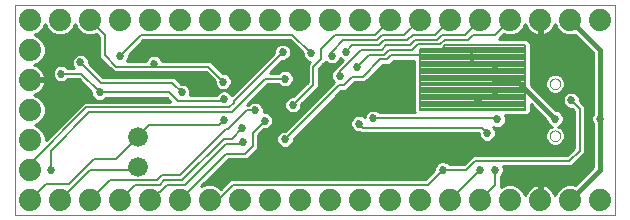
<source format=gbl>
G75*
G70*
%OFA0B0*%
%FSLAX24Y24*%
%IPPOS*%
%LPD*%
%AMOC8*
5,1,8,0,0,1.08239X$1,22.5*
%
%ADD10C,0.0000*%
%ADD11C,0.0660*%
%ADD12C,0.0740*%
%ADD13C,0.0080*%
%ADD14C,0.0270*%
%ADD15C,0.0100*%
%ADD16C,0.0160*%
D10*
X000150Y000150D02*
X000150Y007150D01*
X020150Y007150D01*
X020150Y000150D01*
X000150Y000150D01*
X017973Y002784D02*
X017975Y002810D01*
X017981Y002836D01*
X017991Y002861D01*
X018004Y002884D01*
X018020Y002904D01*
X018040Y002922D01*
X018062Y002937D01*
X018085Y002949D01*
X018111Y002957D01*
X018137Y002961D01*
X018163Y002961D01*
X018189Y002957D01*
X018215Y002949D01*
X018239Y002937D01*
X018260Y002922D01*
X018280Y002904D01*
X018296Y002884D01*
X018309Y002861D01*
X018319Y002836D01*
X018325Y002810D01*
X018327Y002784D01*
X018325Y002758D01*
X018319Y002732D01*
X018309Y002707D01*
X018296Y002684D01*
X018280Y002664D01*
X018260Y002646D01*
X018238Y002631D01*
X018215Y002619D01*
X018189Y002611D01*
X018163Y002607D01*
X018137Y002607D01*
X018111Y002611D01*
X018085Y002619D01*
X018061Y002631D01*
X018040Y002646D01*
X018020Y002664D01*
X018004Y002684D01*
X017991Y002707D01*
X017981Y002732D01*
X017975Y002758D01*
X017973Y002784D01*
X017973Y004516D02*
X017975Y004542D01*
X017981Y004568D01*
X017991Y004593D01*
X018004Y004616D01*
X018020Y004636D01*
X018040Y004654D01*
X018062Y004669D01*
X018085Y004681D01*
X018111Y004689D01*
X018137Y004693D01*
X018163Y004693D01*
X018189Y004689D01*
X018215Y004681D01*
X018239Y004669D01*
X018260Y004654D01*
X018280Y004636D01*
X018296Y004616D01*
X018309Y004593D01*
X018319Y004568D01*
X018325Y004542D01*
X018327Y004516D01*
X018325Y004490D01*
X018319Y004464D01*
X018309Y004439D01*
X018296Y004416D01*
X018280Y004396D01*
X018260Y004378D01*
X018238Y004363D01*
X018215Y004351D01*
X018189Y004343D01*
X018163Y004339D01*
X018137Y004339D01*
X018111Y004343D01*
X018085Y004351D01*
X018061Y004363D01*
X018040Y004378D01*
X018020Y004396D01*
X018004Y004416D01*
X017991Y004439D01*
X017981Y004464D01*
X017975Y004490D01*
X017973Y004516D01*
D11*
X004250Y002750D03*
X004250Y001750D03*
D12*
X004650Y000650D03*
X003650Y000650D03*
X002650Y000650D03*
X001650Y000650D03*
X000650Y000650D03*
X000650Y001650D03*
X000650Y002650D03*
X000650Y003650D03*
X000650Y004650D03*
X000650Y005650D03*
X000650Y006650D03*
X001650Y006650D03*
X002650Y006650D03*
X003650Y006650D03*
X004650Y006650D03*
X005650Y006650D03*
X006650Y006650D03*
X007650Y006650D03*
X008650Y006650D03*
X009650Y006650D03*
X010650Y006650D03*
X011650Y006650D03*
X012650Y006650D03*
X013650Y006650D03*
X014650Y006650D03*
X015650Y006650D03*
X016650Y006650D03*
X017650Y006650D03*
X018650Y006650D03*
X019650Y006650D03*
X019650Y000650D03*
X018650Y000650D03*
X017650Y000650D03*
X016650Y000650D03*
X015650Y000650D03*
X014650Y000650D03*
X013650Y000650D03*
X012650Y000650D03*
X011650Y000650D03*
X010650Y000650D03*
X009650Y000650D03*
X008650Y000650D03*
X007650Y000650D03*
X006650Y000650D03*
X005650Y000650D03*
D13*
X007190Y002190D01*
X007830Y002190D01*
X008070Y002430D01*
X008070Y002890D01*
X008470Y003290D01*
X008150Y003630D02*
X007870Y003630D01*
X007250Y003010D01*
X007190Y003010D01*
X005650Y001470D01*
X005050Y001470D01*
X004890Y001310D01*
X003310Y001310D01*
X002650Y000650D01*
X003650Y000650D02*
X004150Y001150D01*
X004970Y001150D01*
X005130Y001310D01*
X005730Y001310D01*
X007110Y002690D01*
X007370Y002690D01*
X007730Y003050D01*
X007130Y003310D02*
X006950Y003130D01*
X004630Y003130D01*
X004250Y002750D01*
X003510Y002010D01*
X002770Y002010D01*
X001950Y001190D01*
X001190Y001190D01*
X000650Y000650D01*
X001650Y000650D02*
X002650Y001650D01*
X004150Y001650D01*
X004250Y001750D01*
X004990Y000910D02*
X005230Y001150D01*
X005830Y001150D01*
X007190Y002510D01*
X007670Y002510D01*
X007750Y002590D01*
X009150Y002670D02*
X010950Y004470D01*
X011110Y004470D01*
X011390Y004750D01*
X011750Y004750D01*
X012330Y005330D01*
X012550Y005330D01*
X012690Y005470D01*
X013770Y005470D01*
X013790Y005490D01*
X013650Y005488D02*
X017150Y005488D01*
X017150Y005410D02*
X013650Y005410D01*
X013650Y005331D02*
X017150Y005331D01*
X017150Y005253D02*
X013650Y005253D01*
X013650Y005174D02*
X017150Y005174D01*
X017150Y005096D02*
X013650Y005096D01*
X013650Y005017D02*
X017150Y005017D01*
X017150Y004939D02*
X013650Y004939D01*
X013650Y004860D02*
X017150Y004860D01*
X017150Y004782D02*
X013650Y004782D01*
X013650Y004703D02*
X017150Y004703D01*
X017150Y004625D02*
X013650Y004625D01*
X013650Y004546D02*
X017150Y004546D01*
X017150Y004468D02*
X013650Y004468D01*
X013650Y004389D02*
X017150Y004389D01*
X017150Y004311D02*
X013650Y004311D01*
X013650Y004232D02*
X017150Y004232D01*
X017150Y004154D02*
X013650Y004154D01*
X013650Y004075D02*
X017150Y004075D01*
X017150Y003997D02*
X013650Y003997D01*
X013650Y003918D02*
X017150Y003918D01*
X017150Y003840D02*
X013650Y003840D01*
X013650Y003761D02*
X017150Y003761D01*
X017150Y003683D02*
X013650Y003683D01*
X013650Y003650D02*
X017150Y003650D01*
X017150Y005810D01*
X014488Y005810D01*
X014368Y005690D01*
X013650Y005690D01*
X013650Y003650D01*
X012090Y003370D02*
X016190Y003370D01*
X016230Y003330D01*
X015890Y002870D02*
X015710Y003050D01*
X011750Y003050D01*
X011610Y003190D01*
X010090Y004490D02*
X009410Y003810D01*
X008810Y004170D02*
X008810Y004270D01*
X008490Y004690D02*
X007370Y003570D01*
X002630Y003570D01*
X001350Y002290D01*
X001350Y001630D01*
X000650Y001650D02*
X000650Y001850D01*
X002530Y003730D01*
X007290Y003730D01*
X007450Y003890D01*
X007450Y003950D01*
X009070Y005570D01*
X009390Y006150D02*
X010010Y005530D01*
X010030Y005530D01*
X010350Y005690D02*
X010350Y005350D01*
X010090Y005090D01*
X010090Y004490D01*
X009150Y004690D02*
X008490Y004690D01*
X007090Y004590D02*
X006590Y005090D01*
X004796Y005090D01*
X004796Y005184D01*
X004790Y005190D01*
X004796Y005090D02*
X003530Y005090D01*
X003150Y005470D01*
X003150Y006150D01*
X002650Y006650D01*
X003650Y005450D02*
X004350Y006150D01*
X009390Y006150D01*
X010350Y005690D02*
X010810Y006150D01*
X012150Y006150D01*
X012650Y006650D01*
X013130Y006130D02*
X013650Y006650D01*
X014150Y006150D02*
X014650Y006650D01*
X015150Y006150D02*
X015650Y006650D01*
X016150Y006150D02*
X016650Y006650D01*
X016150Y006150D02*
X015410Y006150D01*
X015250Y005990D01*
X014470Y005990D01*
X014310Y005830D01*
X013570Y005830D01*
X013390Y005650D01*
X012610Y005650D01*
X012450Y005490D01*
X011950Y005490D01*
X011550Y005090D01*
X011690Y005650D02*
X010970Y004930D01*
X010970Y004790D01*
X010710Y005450D02*
X010710Y005590D01*
X011090Y005970D01*
X012210Y005970D01*
X012370Y006130D01*
X013130Y006130D01*
X013230Y005970D02*
X013410Y006150D01*
X014150Y006150D01*
X014230Y005990D02*
X014390Y006150D01*
X015150Y006150D01*
X014230Y005990D02*
X013490Y005990D01*
X013310Y005810D01*
X012530Y005810D01*
X012370Y005650D01*
X011690Y005650D01*
X011390Y005810D02*
X012290Y005810D01*
X012450Y005970D01*
X013230Y005970D01*
X013650Y005645D02*
X017150Y005645D01*
X017150Y005567D02*
X013650Y005567D01*
X014402Y005724D02*
X017150Y005724D01*
X017150Y005802D02*
X014480Y005802D01*
X011390Y005810D02*
X011170Y005590D01*
X013750Y004650D02*
X013770Y004670D01*
X018690Y003970D02*
X018970Y003690D01*
X018970Y002290D01*
X018630Y001950D01*
X015490Y001950D01*
X015190Y001650D01*
X014410Y001650D01*
X013910Y001150D01*
X007410Y001150D01*
X006910Y000650D01*
X006650Y000650D01*
X004990Y000910D02*
X004910Y000910D01*
X004650Y000650D01*
X005570Y003950D02*
X007050Y003950D01*
X007110Y004010D01*
X005710Y004230D02*
X005390Y004550D01*
X003010Y004550D01*
X002330Y005230D01*
X002350Y004850D02*
X001690Y004850D01*
X002350Y004850D02*
X002970Y004230D01*
X005290Y004230D01*
X005570Y003950D01*
X014650Y000650D02*
X015650Y001650D01*
X016150Y001650D02*
X016150Y001150D01*
X015650Y000650D01*
X019630Y003350D02*
X019650Y003330D01*
X019650Y003350D02*
X019630Y003350D01*
D14*
X019650Y003350D03*
X018150Y003350D03*
X018690Y003970D03*
X016230Y003330D03*
X015890Y002870D03*
X015570Y003950D03*
X016150Y004150D03*
X016150Y004650D03*
X016150Y005150D03*
X015370Y005410D03*
X011550Y005090D03*
X010970Y004790D03*
X011490Y004410D03*
X013230Y004010D03*
X012090Y003370D03*
X011610Y003190D03*
X009410Y003810D03*
X008810Y004270D03*
X009150Y004690D03*
X010710Y005450D03*
X011170Y005590D03*
X010030Y005530D03*
X009070Y005570D03*
X007150Y005350D03*
X007090Y004590D03*
X005710Y004230D03*
X007110Y004010D03*
X008150Y003630D03*
X008470Y003290D03*
X007730Y003050D03*
X007130Y003310D03*
X007750Y002590D03*
X008330Y002170D03*
X009150Y002670D03*
X014410Y001650D03*
X015650Y001650D03*
X016150Y001650D03*
X004790Y005190D03*
X003650Y005450D03*
X002330Y005230D03*
X001690Y004850D03*
X002970Y004230D03*
X001350Y001630D03*
D15*
X001170Y002639D02*
X001170Y002753D01*
X001091Y002945D01*
X000945Y003091D01*
X000802Y003150D01*
X000945Y003209D01*
X001091Y003355D01*
X001170Y003547D01*
X001170Y003753D01*
X001091Y003945D01*
X000945Y004091D01*
X000798Y004151D01*
X000850Y004168D01*
X000923Y004205D01*
X000989Y004253D01*
X001047Y004311D01*
X001095Y004377D01*
X001132Y004450D01*
X001157Y004528D01*
X001169Y004600D01*
X000700Y004600D01*
X000700Y004700D01*
X001169Y004700D01*
X001157Y004772D01*
X001132Y004850D01*
X001095Y004923D01*
X001047Y004989D01*
X000989Y005047D01*
X000923Y005095D01*
X000850Y005132D01*
X000798Y005149D01*
X000945Y005209D01*
X001091Y005355D01*
X001170Y005547D01*
X001170Y005753D01*
X001091Y005945D01*
X000945Y006091D01*
X000802Y006150D01*
X000945Y006209D01*
X001091Y006355D01*
X001150Y006498D01*
X001209Y006355D01*
X001355Y006209D01*
X001547Y006130D01*
X001753Y006130D01*
X001945Y006209D01*
X002091Y006355D01*
X002150Y006498D01*
X002209Y006355D01*
X002355Y006209D01*
X002547Y006130D01*
X002753Y006130D01*
X002858Y006173D01*
X002960Y006071D01*
X002960Y005391D01*
X003340Y005011D01*
X003451Y004900D01*
X006511Y004900D01*
X006805Y004606D01*
X006805Y004533D01*
X006848Y004429D01*
X006929Y004348D01*
X007033Y004305D01*
X007147Y004305D01*
X007251Y004348D01*
X007332Y004429D01*
X007375Y004533D01*
X007375Y004647D01*
X007332Y004751D01*
X007251Y004832D01*
X007147Y004875D01*
X007074Y004875D01*
X006780Y005169D01*
X006669Y005280D01*
X005061Y005280D01*
X005032Y005351D01*
X004951Y005432D01*
X004847Y005475D01*
X004733Y005475D01*
X004629Y005432D01*
X004548Y005351D01*
X004519Y005280D01*
X003883Y005280D01*
X003892Y005289D01*
X003935Y005393D01*
X003935Y005466D01*
X004429Y005960D01*
X009311Y005960D01*
X009745Y005526D01*
X009745Y005473D01*
X009788Y005369D01*
X009869Y005288D01*
X009973Y005245D01*
X009976Y005245D01*
X009900Y005169D01*
X009900Y004569D01*
X009426Y004095D01*
X009353Y004095D01*
X009249Y004052D01*
X009168Y003971D01*
X009125Y003867D01*
X009125Y003753D01*
X009168Y003649D01*
X009249Y003568D01*
X009353Y003525D01*
X009467Y003525D01*
X009571Y003568D01*
X009652Y003649D01*
X009695Y003753D01*
X009695Y003826D01*
X010169Y004300D01*
X010280Y004411D01*
X010280Y005011D01*
X010429Y005160D01*
X010513Y005244D01*
X010549Y005208D01*
X010653Y005165D01*
X010767Y005165D01*
X010871Y005208D01*
X010952Y005289D01*
X010986Y005371D01*
X011009Y005348D01*
X011087Y005316D01*
X010780Y005009D01*
X010780Y005003D01*
X010728Y004951D01*
X010685Y004847D01*
X010685Y004733D01*
X010728Y004629D01*
X010784Y004573D01*
X010760Y004549D01*
X009166Y002955D01*
X009093Y002955D01*
X008989Y002912D01*
X008908Y002831D01*
X008865Y002727D01*
X008865Y002613D01*
X008908Y002509D01*
X008989Y002428D01*
X009093Y002385D01*
X009207Y002385D01*
X009311Y002428D01*
X009392Y002509D01*
X009435Y002613D01*
X009435Y002686D01*
X011029Y004280D01*
X011189Y004280D01*
X011469Y004560D01*
X011829Y004560D01*
X012409Y005140D01*
X012629Y005140D01*
X012769Y005280D01*
X013460Y005280D01*
X013460Y003571D01*
X013471Y003560D01*
X012303Y003560D01*
X012251Y003612D01*
X012147Y003655D01*
X012033Y003655D01*
X011929Y003612D01*
X011848Y003531D01*
X011805Y003427D01*
X011805Y003398D01*
X011771Y003432D01*
X011667Y003475D01*
X011553Y003475D01*
X011449Y003432D01*
X011368Y003351D01*
X011325Y003247D01*
X011325Y003133D01*
X011368Y003029D01*
X011449Y002948D01*
X011553Y002905D01*
X011626Y002905D01*
X011671Y002860D01*
X015605Y002860D01*
X015605Y002813D01*
X015648Y002709D01*
X015729Y002628D01*
X015833Y002585D01*
X015947Y002585D01*
X016051Y002628D01*
X016132Y002709D01*
X016175Y002813D01*
X016175Y002927D01*
X016132Y003031D01*
X016079Y003084D01*
X016173Y003045D01*
X016287Y003045D01*
X016391Y003088D01*
X016472Y003169D01*
X016515Y003273D01*
X016515Y003387D01*
X016485Y003460D01*
X017229Y003460D01*
X017340Y003571D01*
X017340Y003835D01*
X017865Y003310D01*
X017865Y003293D01*
X017908Y003189D01*
X017989Y003108D01*
X018034Y003090D01*
X017965Y003061D01*
X017873Y002969D01*
X017823Y002849D01*
X017823Y002719D01*
X017873Y002599D01*
X017965Y002507D01*
X018085Y002457D01*
X018215Y002457D01*
X018335Y002507D01*
X018427Y002599D01*
X018477Y002719D01*
X018477Y002849D01*
X018427Y002969D01*
X018335Y003061D01*
X018266Y003090D01*
X018311Y003108D01*
X018392Y003189D01*
X018435Y003293D01*
X018435Y003407D01*
X018392Y003511D01*
X018311Y003592D01*
X018207Y003635D01*
X018190Y003635D01*
X017340Y004485D01*
X017340Y005889D01*
X017229Y006000D01*
X016269Y006000D01*
X016442Y006173D01*
X016547Y006130D01*
X016753Y006130D01*
X016945Y006209D01*
X017091Y006355D01*
X017151Y006502D01*
X017168Y006450D01*
X017205Y006377D01*
X017253Y006311D01*
X017311Y006253D01*
X017377Y006205D01*
X017450Y006168D01*
X017528Y006143D01*
X017600Y006131D01*
X017600Y006600D01*
X017700Y006600D01*
X017700Y006131D01*
X017772Y006143D01*
X017850Y006168D01*
X017923Y006205D01*
X017989Y006253D01*
X018047Y006311D01*
X018095Y006377D01*
X018132Y006450D01*
X018149Y006502D01*
X018209Y006355D01*
X018355Y006209D01*
X018547Y006130D01*
X018753Y006130D01*
X018818Y006157D01*
X019420Y005555D01*
X019420Y003523D01*
X019408Y003511D01*
X019365Y003407D01*
X019365Y003293D01*
X019408Y003189D01*
X019420Y003177D01*
X019420Y001745D01*
X018818Y001143D01*
X018753Y001170D01*
X018547Y001170D01*
X018355Y001091D01*
X018209Y000945D01*
X018149Y000798D01*
X018132Y000850D01*
X018095Y000923D01*
X018047Y000989D01*
X017989Y001047D01*
X017923Y001095D01*
X017850Y001132D01*
X017772Y001157D01*
X017700Y001169D01*
X017700Y000700D01*
X017600Y000700D01*
X017600Y001169D01*
X017528Y001157D01*
X017450Y001132D01*
X017377Y001095D01*
X017311Y001047D01*
X017253Y000989D01*
X017205Y000923D01*
X017168Y000850D01*
X017151Y000798D01*
X017091Y000945D01*
X016945Y001091D01*
X016753Y001170D01*
X016547Y001170D01*
X016355Y001091D01*
X016340Y001075D01*
X016340Y001437D01*
X016392Y001489D01*
X016435Y001593D01*
X016435Y001707D01*
X016413Y001760D01*
X018709Y001760D01*
X019049Y002100D01*
X019160Y002211D01*
X019160Y003769D01*
X018975Y003954D01*
X018975Y004027D01*
X018932Y004131D01*
X018851Y004212D01*
X018747Y004255D01*
X018633Y004255D01*
X018529Y004212D01*
X018448Y004131D01*
X018405Y004027D01*
X018405Y003913D01*
X018448Y003809D01*
X018529Y003728D01*
X018633Y003685D01*
X018706Y003685D01*
X018780Y003611D01*
X018780Y002369D01*
X018551Y002140D01*
X015411Y002140D01*
X015300Y002029D01*
X015111Y001840D01*
X014623Y001840D01*
X014571Y001892D01*
X014467Y001935D01*
X014353Y001935D01*
X014249Y001892D01*
X014168Y001811D01*
X014125Y001707D01*
X014125Y001634D01*
X013831Y001340D01*
X007331Y001340D01*
X007220Y001229D01*
X007013Y001022D01*
X006945Y001091D01*
X006753Y001170D01*
X006547Y001170D01*
X006362Y001094D01*
X007269Y002000D01*
X007909Y002000D01*
X008260Y002351D01*
X008260Y002811D01*
X008454Y003005D01*
X008527Y003005D01*
X008631Y003048D01*
X008712Y003129D01*
X008755Y003233D01*
X008755Y003347D01*
X008712Y003451D01*
X008631Y003532D01*
X008527Y003575D01*
X008435Y003575D01*
X008435Y003687D01*
X008392Y003791D01*
X008311Y003872D01*
X008207Y003915D01*
X008093Y003915D01*
X007989Y003872D01*
X007937Y003820D01*
X007889Y003820D01*
X008569Y004500D01*
X008937Y004500D01*
X008989Y004448D01*
X009093Y004405D01*
X009207Y004405D01*
X009311Y004448D01*
X009392Y004529D01*
X009435Y004633D01*
X009435Y004747D01*
X009392Y004851D01*
X009311Y004932D01*
X009207Y004975D01*
X009093Y004975D01*
X008989Y004932D01*
X008937Y004880D01*
X008649Y004880D01*
X009054Y005285D01*
X009127Y005285D01*
X009231Y005328D01*
X009312Y005409D01*
X009355Y005513D01*
X009355Y005627D01*
X009312Y005731D01*
X009231Y005812D01*
X009127Y005855D01*
X009013Y005855D01*
X008909Y005812D01*
X008828Y005731D01*
X008785Y005627D01*
X008785Y005554D01*
X007367Y004135D01*
X007352Y004171D01*
X007271Y004252D01*
X007167Y004295D01*
X007053Y004295D01*
X006949Y004252D01*
X006868Y004171D01*
X006855Y004140D01*
X005981Y004140D01*
X005995Y004173D01*
X005995Y004287D01*
X007034Y004287D01*
X007186Y004287D02*
X007518Y004287D01*
X007420Y004189D02*
X007335Y004189D01*
X007289Y004386D02*
X007617Y004386D01*
X007715Y004484D02*
X007355Y004484D01*
X007375Y004583D02*
X007814Y004583D01*
X007912Y004681D02*
X007361Y004681D01*
X007304Y004780D02*
X008011Y004780D01*
X008109Y004878D02*
X007071Y004878D01*
X006972Y004977D02*
X008208Y004977D01*
X008306Y005075D02*
X006874Y005075D01*
X006775Y005174D02*
X008405Y005174D01*
X008503Y005272D02*
X006677Y005272D01*
X006533Y004878D02*
X002951Y004878D01*
X003049Y004780D02*
X006632Y004780D01*
X006730Y004681D02*
X005528Y004681D01*
X005469Y004740D02*
X003089Y004740D01*
X002615Y005214D01*
X002615Y005287D01*
X002572Y005391D01*
X002491Y005472D01*
X002387Y005515D01*
X002273Y005515D01*
X002169Y005472D01*
X002088Y005391D01*
X002045Y005287D01*
X002045Y005173D01*
X002088Y005069D01*
X002117Y005040D01*
X001903Y005040D01*
X001851Y005092D01*
X001747Y005135D01*
X001633Y005135D01*
X001529Y005092D01*
X001448Y005011D01*
X001405Y004907D01*
X001405Y004793D01*
X001448Y004689D01*
X001529Y004608D01*
X001633Y004565D01*
X001747Y004565D01*
X001851Y004608D01*
X001903Y004660D01*
X002271Y004660D01*
X002685Y004246D01*
X002685Y004173D01*
X002728Y004069D01*
X002809Y003988D01*
X002913Y003945D01*
X003027Y003945D01*
X003131Y003988D01*
X003183Y004040D01*
X005211Y004040D01*
X005331Y003920D01*
X002451Y003920D01*
X002340Y003809D01*
X001170Y002639D01*
X001170Y002711D02*
X001242Y002711D01*
X001147Y002810D02*
X001341Y002810D01*
X001439Y002908D02*
X001106Y002908D01*
X001029Y003007D02*
X001538Y003007D01*
X001636Y003105D02*
X000910Y003105D01*
X000931Y003204D02*
X001735Y003204D01*
X001833Y003302D02*
X001037Y003302D01*
X001110Y003401D02*
X001932Y003401D01*
X002030Y003499D02*
X001150Y003499D01*
X001170Y003598D02*
X002129Y003598D01*
X002227Y003696D02*
X001170Y003696D01*
X001153Y003795D02*
X002326Y003795D01*
X002424Y003893D02*
X001112Y003893D01*
X001044Y003992D02*
X002805Y003992D01*
X002720Y004090D02*
X000945Y004090D01*
X000890Y004189D02*
X002685Y004189D01*
X002644Y004287D02*
X001022Y004287D01*
X001099Y004386D02*
X002546Y004386D01*
X002447Y004484D02*
X001143Y004484D01*
X001166Y004583D02*
X001591Y004583D01*
X001789Y004583D02*
X002349Y004583D01*
X001456Y004681D02*
X000700Y004681D01*
X001117Y004878D02*
X001405Y004878D01*
X001411Y004780D02*
X001155Y004780D01*
X001056Y004977D02*
X001434Y004977D01*
X001512Y005075D02*
X000950Y005075D01*
X000858Y005174D02*
X002045Y005174D01*
X002086Y005075D02*
X001868Y005075D01*
X002045Y005272D02*
X001007Y005272D01*
X001097Y005371D02*
X002080Y005371D01*
X002166Y005469D02*
X001138Y005469D01*
X001170Y005568D02*
X002960Y005568D01*
X002960Y005666D02*
X001170Y005666D01*
X001165Y005765D02*
X002960Y005765D01*
X002960Y005863D02*
X001125Y005863D01*
X001074Y005962D02*
X002960Y005962D01*
X002960Y006060D02*
X000975Y006060D01*
X000822Y006159D02*
X001478Y006159D01*
X001308Y006257D02*
X000992Y006257D01*
X001091Y006356D02*
X001209Y006356D01*
X001168Y006454D02*
X001132Y006454D01*
X001822Y006159D02*
X002478Y006159D01*
X002308Y006257D02*
X001992Y006257D01*
X002091Y006356D02*
X002209Y006356D01*
X002168Y006454D02*
X002132Y006454D01*
X002822Y006159D02*
X002873Y006159D01*
X004233Y005765D02*
X008861Y005765D01*
X008801Y005666D02*
X004135Y005666D01*
X004036Y005568D02*
X008785Y005568D01*
X008700Y005469D02*
X004861Y005469D01*
X004719Y005469D02*
X003938Y005469D01*
X003926Y005371D02*
X004567Y005371D01*
X005013Y005371D02*
X008602Y005371D01*
X009041Y005272D02*
X009908Y005272D01*
X009788Y005371D02*
X009274Y005371D01*
X009337Y005469D02*
X009747Y005469D01*
X009704Y005568D02*
X009355Y005568D01*
X009339Y005666D02*
X009605Y005666D01*
X009507Y005765D02*
X009279Y005765D01*
X009408Y005863D02*
X004332Y005863D01*
X002960Y005469D02*
X002494Y005469D01*
X002580Y005371D02*
X002981Y005371D01*
X003079Y005272D02*
X002615Y005272D01*
X002655Y005174D02*
X003178Y005174D01*
X003276Y005075D02*
X002754Y005075D01*
X002852Y004977D02*
X003375Y004977D01*
X003340Y005011D02*
X003340Y005011D01*
X005469Y004740D02*
X005694Y004515D01*
X005767Y004515D01*
X005871Y004472D01*
X005952Y004391D01*
X005995Y004287D01*
X005995Y004189D02*
X006885Y004189D01*
X006891Y004386D02*
X005954Y004386D01*
X005842Y004484D02*
X006825Y004484D01*
X006805Y004583D02*
X005626Y004583D01*
X005260Y003992D02*
X003135Y003992D01*
X007962Y003893D02*
X008040Y003893D01*
X008060Y003992D02*
X009188Y003992D01*
X009136Y003893D02*
X008260Y003893D01*
X008389Y003795D02*
X009125Y003795D01*
X009149Y003696D02*
X008431Y003696D01*
X008435Y003598D02*
X009219Y003598D01*
X009601Y003598D02*
X009809Y003598D01*
X009907Y003696D02*
X009671Y003696D01*
X009695Y003795D02*
X010006Y003795D01*
X010104Y003893D02*
X009762Y003893D01*
X009860Y003992D02*
X010203Y003992D01*
X010301Y004090D02*
X009959Y004090D01*
X010057Y004189D02*
X010400Y004189D01*
X010498Y004287D02*
X010156Y004287D01*
X010254Y004386D02*
X010597Y004386D01*
X010695Y004484D02*
X010280Y004484D01*
X010280Y004583D02*
X010774Y004583D01*
X010707Y004681D02*
X010280Y004681D01*
X010280Y004780D02*
X010685Y004780D01*
X010698Y004878D02*
X010280Y004878D01*
X010280Y004977D02*
X010753Y004977D01*
X010846Y005075D02*
X010344Y005075D01*
X010442Y005174D02*
X010633Y005174D01*
X010787Y005174D02*
X010945Y005174D01*
X010935Y005272D02*
X011043Y005272D01*
X010986Y005371D02*
X010986Y005371D01*
X009905Y005174D02*
X008942Y005174D01*
X008844Y005075D02*
X009900Y005075D01*
X009900Y004977D02*
X008745Y004977D01*
X009365Y004878D02*
X009900Y004878D01*
X009900Y004780D02*
X009421Y004780D01*
X009435Y004681D02*
X009900Y004681D01*
X009900Y004583D02*
X009414Y004583D01*
X009347Y004484D02*
X009815Y004484D01*
X009717Y004386D02*
X008454Y004386D01*
X008553Y004484D02*
X008953Y004484D01*
X008356Y004287D02*
X009618Y004287D01*
X009520Y004189D02*
X008257Y004189D01*
X008159Y004090D02*
X009341Y004090D01*
X010543Y003795D02*
X013460Y003795D01*
X013460Y003696D02*
X010445Y003696D01*
X010346Y003598D02*
X011914Y003598D01*
X011835Y003499D02*
X010248Y003499D01*
X010149Y003401D02*
X011417Y003401D01*
X011348Y003302D02*
X010051Y003302D01*
X009952Y003204D02*
X011325Y003204D01*
X011337Y003105D02*
X009854Y003105D01*
X009755Y003007D02*
X011390Y003007D01*
X011546Y002908D02*
X009657Y002908D01*
X009558Y002810D02*
X015607Y002810D01*
X015647Y002711D02*
X009460Y002711D01*
X009435Y002613D02*
X015767Y002613D01*
X016013Y002613D02*
X017867Y002613D01*
X017957Y002514D02*
X009394Y002514D01*
X009280Y002416D02*
X018780Y002416D01*
X018780Y002514D02*
X018343Y002514D01*
X018433Y002613D02*
X018780Y002613D01*
X018780Y002711D02*
X018474Y002711D01*
X018477Y002810D02*
X018780Y002810D01*
X018780Y002908D02*
X018453Y002908D01*
X018390Y003007D02*
X018780Y003007D01*
X018780Y003105D02*
X018303Y003105D01*
X018398Y003204D02*
X018780Y003204D01*
X018780Y003302D02*
X018435Y003302D01*
X018435Y003401D02*
X018780Y003401D01*
X018780Y003499D02*
X018397Y003499D01*
X018297Y003598D02*
X018780Y003598D01*
X018607Y003696D02*
X018129Y003696D01*
X018031Y003795D02*
X018462Y003795D01*
X018413Y003893D02*
X017932Y003893D01*
X017834Y003992D02*
X018405Y003992D01*
X018431Y004090D02*
X017735Y004090D01*
X017637Y004189D02*
X018505Y004189D01*
X018384Y004287D02*
X019420Y004287D01*
X019420Y004189D02*
X018875Y004189D01*
X018949Y004090D02*
X019420Y004090D01*
X019420Y003992D02*
X018975Y003992D01*
X019036Y003893D02*
X019420Y003893D01*
X019420Y003795D02*
X019134Y003795D01*
X019160Y003696D02*
X019420Y003696D01*
X019420Y003598D02*
X019160Y003598D01*
X019160Y003499D02*
X019403Y003499D01*
X019365Y003401D02*
X019160Y003401D01*
X019160Y003302D02*
X019365Y003302D01*
X019402Y003204D02*
X019160Y003204D01*
X019160Y003105D02*
X019420Y003105D01*
X019420Y003007D02*
X019160Y003007D01*
X019160Y002908D02*
X019420Y002908D01*
X019420Y002810D02*
X019160Y002810D01*
X019160Y002711D02*
X019420Y002711D01*
X019420Y002613D02*
X019160Y002613D01*
X019160Y002514D02*
X019420Y002514D01*
X019420Y002416D02*
X019160Y002416D01*
X019160Y002317D02*
X019420Y002317D01*
X019420Y002219D02*
X019160Y002219D01*
X019069Y002120D02*
X019420Y002120D01*
X019420Y002022D02*
X018970Y002022D01*
X018872Y001923D02*
X019420Y001923D01*
X019420Y001825D02*
X018773Y001825D01*
X019302Y001628D02*
X016435Y001628D01*
X016427Y001726D02*
X019401Y001726D01*
X019204Y001529D02*
X016408Y001529D01*
X016340Y001431D02*
X019105Y001431D01*
X019007Y001332D02*
X016340Y001332D01*
X016340Y001234D02*
X018908Y001234D01*
X018462Y001135D02*
X017840Y001135D01*
X017700Y001135D02*
X017600Y001135D01*
X017600Y001037D02*
X017700Y001037D01*
X017460Y001135D02*
X016838Y001135D01*
X016999Y001037D02*
X017301Y001037D01*
X017216Y000938D02*
X017094Y000938D01*
X017134Y000840D02*
X017165Y000840D01*
X017600Y000840D02*
X017700Y000840D01*
X017700Y000938D02*
X017600Y000938D01*
X017600Y000741D02*
X017700Y000741D01*
X018084Y000938D02*
X018206Y000938D01*
X018166Y000840D02*
X018135Y000840D01*
X017999Y001037D02*
X018301Y001037D01*
X016462Y001135D02*
X016340Y001135D01*
X015194Y001923D02*
X014496Y001923D01*
X014324Y001923D02*
X007192Y001923D01*
X007093Y001825D02*
X014181Y001825D01*
X014133Y001726D02*
X006995Y001726D01*
X006896Y001628D02*
X014119Y001628D01*
X014020Y001529D02*
X006798Y001529D01*
X006699Y001431D02*
X013922Y001431D01*
X015293Y002022D02*
X007930Y002022D01*
X008029Y002120D02*
X015391Y002120D01*
X016133Y002711D02*
X017826Y002711D01*
X017823Y002810D02*
X016173Y002810D01*
X016175Y002908D02*
X017847Y002908D01*
X017910Y003007D02*
X016142Y003007D01*
X016408Y003105D02*
X017997Y003105D01*
X017902Y003204D02*
X016486Y003204D01*
X016515Y003302D02*
X017865Y003302D01*
X017774Y003401D02*
X016509Y003401D01*
X017268Y003499D02*
X017676Y003499D01*
X017577Y003598D02*
X017340Y003598D01*
X017340Y003696D02*
X017479Y003696D01*
X017380Y003795D02*
X017340Y003795D01*
X017965Y004239D02*
X018085Y004189D01*
X018215Y004189D01*
X018335Y004239D01*
X018427Y004331D01*
X018477Y004451D01*
X018477Y004581D01*
X018427Y004701D01*
X018335Y004793D01*
X018215Y004843D01*
X018085Y004843D01*
X017965Y004793D01*
X017873Y004701D01*
X017823Y004581D01*
X017823Y004451D01*
X017873Y004331D01*
X017965Y004239D01*
X017916Y004287D02*
X017538Y004287D01*
X017440Y004386D02*
X017850Y004386D01*
X017823Y004484D02*
X017341Y004484D01*
X017340Y004583D02*
X017823Y004583D01*
X017864Y004681D02*
X017340Y004681D01*
X017340Y004780D02*
X017951Y004780D01*
X018349Y004780D02*
X019420Y004780D01*
X019420Y004878D02*
X017340Y004878D01*
X017340Y004977D02*
X019420Y004977D01*
X019420Y005075D02*
X017340Y005075D01*
X017340Y005174D02*
X019420Y005174D01*
X019420Y005272D02*
X017340Y005272D01*
X017340Y005371D02*
X019420Y005371D01*
X019420Y005469D02*
X017340Y005469D01*
X017340Y005568D02*
X019407Y005568D01*
X019309Y005666D02*
X017340Y005666D01*
X017340Y005765D02*
X019210Y005765D01*
X019112Y005863D02*
X017340Y005863D01*
X017267Y005962D02*
X019013Y005962D01*
X018915Y006060D02*
X016329Y006060D01*
X016427Y006159D02*
X016478Y006159D01*
X016822Y006159D02*
X017480Y006159D01*
X017600Y006159D02*
X017700Y006159D01*
X017700Y006257D02*
X017600Y006257D01*
X017820Y006159D02*
X018478Y006159D01*
X018308Y006257D02*
X017992Y006257D01*
X018079Y006356D02*
X018209Y006356D01*
X018168Y006454D02*
X018133Y006454D01*
X017700Y006454D02*
X017600Y006454D01*
X017600Y006356D02*
X017700Y006356D01*
X017700Y006553D02*
X017600Y006553D01*
X017221Y006356D02*
X017091Y006356D01*
X017132Y006454D02*
X017167Y006454D01*
X017308Y006257D02*
X016992Y006257D01*
X013460Y005272D02*
X012761Y005272D01*
X012662Y005174D02*
X013460Y005174D01*
X013460Y005075D02*
X012344Y005075D01*
X012245Y004977D02*
X013460Y004977D01*
X013460Y004878D02*
X012147Y004878D01*
X012048Y004780D02*
X013460Y004780D01*
X013460Y004681D02*
X011950Y004681D01*
X011851Y004583D02*
X013460Y004583D01*
X013460Y004484D02*
X011393Y004484D01*
X011294Y004386D02*
X013460Y004386D01*
X013460Y004287D02*
X011196Y004287D01*
X010937Y004189D02*
X013460Y004189D01*
X013460Y004090D02*
X010839Y004090D01*
X010740Y003992D02*
X013460Y003992D01*
X013460Y003893D02*
X010642Y003893D01*
X009710Y003499D02*
X008664Y003499D01*
X008733Y003401D02*
X009612Y003401D01*
X009513Y003302D02*
X008755Y003302D01*
X008743Y003204D02*
X009415Y003204D01*
X009316Y003105D02*
X008688Y003105D01*
X008530Y003007D02*
X009218Y003007D01*
X008985Y002908D02*
X008357Y002908D01*
X008260Y002810D02*
X008899Y002810D01*
X008865Y002711D02*
X008260Y002711D01*
X008260Y002613D02*
X008865Y002613D01*
X008906Y002514D02*
X008260Y002514D01*
X008260Y002416D02*
X009020Y002416D01*
X008226Y002317D02*
X018728Y002317D01*
X018630Y002219D02*
X008127Y002219D01*
X007323Y001332D02*
X006601Y001332D01*
X006502Y001234D02*
X007225Y001234D01*
X007126Y001135D02*
X006838Y001135D01*
X006999Y001037D02*
X007028Y001037D01*
X006462Y001135D02*
X006404Y001135D01*
X011803Y003401D02*
X011805Y003401D01*
X012266Y003598D02*
X013460Y003598D01*
X018450Y004386D02*
X019420Y004386D01*
X019420Y004484D02*
X018477Y004484D01*
X018477Y004583D02*
X019420Y004583D01*
X019420Y004681D02*
X018436Y004681D01*
D16*
X018150Y003350D02*
X016850Y004650D01*
X016150Y004650D01*
X018650Y006650D02*
X019650Y005650D01*
X019650Y003330D01*
X019650Y001650D01*
X018650Y000650D01*
M02*

</source>
